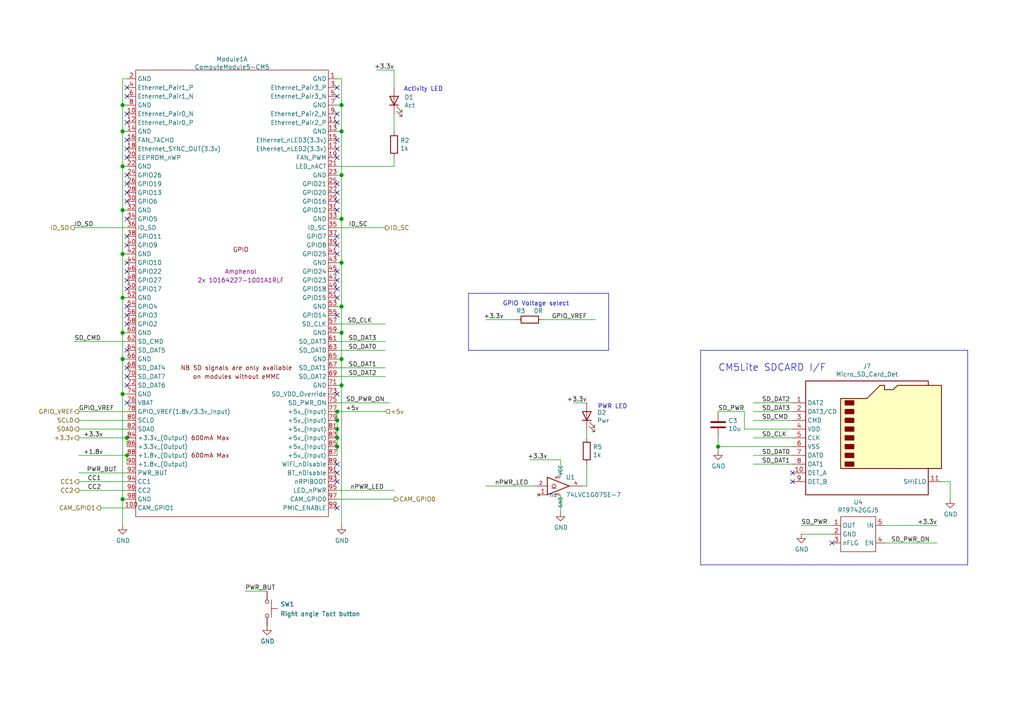
<source format=kicad_sch>
(kicad_sch (version 20231120) (generator "eeschema") (generator_version "8.0")
  (paper "A4")
  (lib_symbols
    (symbol "CM5IO:74LVC1G07_copy"
      (property "Reference" "U" (at -2.54 3.81 0))
      (property "Value" "74LVC1G07_copy" (at 0 -3.81 0))
      (symbol "74LVC1G07_copy_0_1"
        (polyline (pts (xy -2.54 -0.635) (xy -1.27 -0.635)))
        (polyline (pts (xy -3.81 2.54) (xy -3.81 -2.54) (xy 2.54 0) (xy -3.81 2.54)) (stroke (width 0.254)))
        (polyline (pts (xy -1.905 0.635) (xy -2.54 0) (xy -1.905 -0.635) (xy -1.27 0) (xy -1.905 0.635)))
      )
      (symbol "74LVC1G07_copy_1_1"
        (pin no_connect line (at -6.35 -2.54 0) (length 2.54) (name "nc") (number "1"))
        (pin input line (at -7.62 0 0) (length 3.81) (name "~") (number "2"))
        (pin power_in line (at 0 -2.54 270) (length 0) (name "GND") (number "3"))
        (pin open_collector line (at 6.35 0 180) (length 3.81) (name "~") (number "4"))
        (pin power_in line (at 0 2.54 90) (length 0) (name "VCC") (number "5"))
      )
    )
    (symbol "CM5IO:ComputeModule5-CM5"
      (property "Reference" "Module" (at 113.03 -68.58 0))
      (property "Value" "ComputeModule5-CM5" (at 140.97 2.54 0))
      (property "Field4" "Amphenol" (at 0 0 0))
      (property "Field5" "2x 10164227-1001A1RLF" (at 0 -2.54 0))
      (symbol "ComputeModule5-CM5_1_0"
        (text "GPIO" (at 0 6.35 0) (effects (font (size 1.27 1.27))))
      )
      (symbol "ComputeModule5-CM5_1_1"
        (rectangle (start -30.48 -71.12) (end 25.4 58.42))
        (text "600mA Max" (at -8.89 -53.34 0) (effects (font (size 1.27 1.27))))
        (text "600mA Max" (at -8.89 -48.26 0) (effects (font (size 1.27 1.27))))
        (text "NB SD signals are only available" (at -1.27 -27.94 0) (effects (font (size 1.27 1.27))))
        (text "on modules without eMMC" (at -1.27 -30.48 0) (effects (font (size 1.27 1.27))))
        (pin power_in line (at 27.94 55.88 180) (length 2.54) (name "GND") (number "1"))
        (pin passive line (at -33.02 45.72 0) (length 2.54) (name "Ethernet_Pair0_N") (number "10"))
        (pin passive line (at -33.02 -68.58 0) (length 2.54) (name "CAM_GPIO1") (number "100"))
        (pin passive line (at 27.94 43.18 180) (length 2.54) (name "Ethernet_Pair2_P") (number "11"))
        (pin passive line (at -33.02 43.18 0) (length 2.54) (name "Ethernet_Pair0_P") (number "12"))
        (pin power_in line (at 27.94 40.64 180) (length 2.54) (name "GND") (number "13"))
        (pin power_in line (at -33.02 40.64 0) (length 2.54) (name "GND") (number "14"))
        (pin output line (at 27.94 38.1 180) (length 2.54) (name "Ethernet_nLED3(3.3v)") (number "15"))
        (pin input line (at -33.02 38.1 0) (length 2.54) (name "FAN_TACHO") (number "16"))
        (pin output line (at 27.94 35.56 180) (length 2.54) (name "Ethernet_nLED2(3.3v)") (number "17"))
        (pin input line (at -33.02 35.56 0) (length 2.54) (name "Ethernet_SYNC_OUT(3.3v)") (number "18"))
        (pin output line (at 27.94 33.02 180) (length 2.54) (name "FAN_PWM") (number "19"))
        (pin power_in line (at -33.02 55.88 0) (length 2.54) (name "GND") (number "2"))
        (pin passive line (at -33.02 33.02 0) (length 2.54) (name "EEPROM_nWP") (number "20"))
        (pin open_collector line (at 27.94 30.48 180) (length 2.54) (name "LED_nACT") (number "21"))
        (pin power_in line (at -33.02 30.48 0) (length 2.54) (name "GND") (number "22"))
        (pin power_in line (at 27.94 27.94 180) (length 2.54) (name "GND") (number "23"))
        (pin passive line (at -33.02 27.94 0) (length 2.54) (name "GPIO26") (number "24"))
        (pin passive line (at 27.94 25.4 180) (length 2.54) (name "GPIO21") (number "25"))
        (pin passive line (at -33.02 25.4 0) (length 2.54) (name "GPIO19") (number "26"))
        (pin passive line (at 27.94 22.86 180) (length 2.54) (name "GPIO20") (number "27"))
        (pin passive line (at -33.02 22.86 0) (length 2.54) (name "GPIO13") (number "28"))
        (pin passive line (at 27.94 20.32 180) (length 2.54) (name "GPIO16") (number "29"))
        (pin passive line (at 27.94 53.34 180) (length 2.54) (name "Ethernet_Pair3_P") (number "3"))
        (pin passive line (at -33.02 20.32 0) (length 2.54) (name "GPIO6") (number "30"))
        (pin passive line (at 27.94 17.78 180) (length 2.54) (name "GPIO12") (number "31"))
        (pin power_in line (at -33.02 17.78 0) (length 2.54) (name "GND") (number "32"))
        (pin power_in line (at 27.94 15.24 180) (length 2.54) (name "GND") (number "33"))
        (pin passive line (at -33.02 15.24 0) (length 2.54) (name "GPIO5") (number "34"))
        (pin passive line (at 27.94 12.7 180) (length 2.54) (name "ID_SC") (number "35"))
        (pin passive line (at -33.02 12.7 0) (length 2.54) (name "ID_SD") (number "36"))
        (pin passive line (at 27.94 10.16 180) (length 2.54) (name "GPIO7") (number "37"))
        (pin passive line (at -33.02 10.16 0) (length 2.54) (name "GPIO11") (number "38"))
        (pin passive line (at 27.94 7.62 180) (length 2.54) (name "GPIO8") (number "39"))
        (pin passive line (at -33.02 53.34 0) (length 2.54) (name "Ethernet_Pair1_P") (number "4"))
        (pin passive line (at -33.02 7.62 0) (length 2.54) (name "GPIO9") (number "40"))
        (pin passive line (at 27.94 5.08 180) (length 2.54) (name "GPIO25") (number "41"))
        (pin power_in line (at -33.02 5.08 0) (length 2.54) (name "GND") (number "42"))
        (pin power_in line (at 27.94 2.54 180) (length 2.54) (name "GND") (number "43"))
        (pin passive line (at -33.02 2.54 0) (length 2.54) (name "GPIO10") (number "44"))
        (pin passive line (at 27.94 0 180) (length 2.54) (name "GPIO24") (number "45"))
        (pin passive line (at -33.02 0 0) (length 2.54) (name "GPIO22") (number "46"))
        (pin passive line (at 27.94 -2.54 180) (length 2.54) (name "GPIO23") (number "47"))
        (pin passive line (at -33.02 -2.54 0) (length 2.54) (name "GPIO27") (number "48"))
        (pin passive line (at 27.94 -5.08 180) (length 2.54) (name "GPIO18") (number "49"))
        (pin passive line (at 27.94 50.8 180) (length 2.54) (name "Ethernet_Pair3_N") (number "5"))
        (pin passive line (at -33.02 -5.08 0) (length 2.54) (name "GPIO17") (number "50"))
        (pin passive line (at 27.94 -7.62 180) (length 2.54) (name "GPIO15") (number "51"))
        (pin power_in line (at -33.02 -7.62 0) (length 2.54) (name "GND") (number "52"))
        (pin power_in line (at 27.94 -10.16 180) (length 2.54) (name "GND") (number "53"))
        (pin passive line (at -33.02 -10.16 0) (length 2.54) (name "GPIO4") (number "54"))
        (pin passive line (at 27.94 -12.7 180) (length 2.54) (name "GPIO14") (number "55"))
        (pin passive line (at -33.02 -12.7 0) (length 2.54) (name "GPIO3") (number "56"))
        (pin passive line (at 27.94 -15.24 180) (length 2.54) (name "SD_CLK") (number "57"))
        (pin passive line (at -33.02 -15.24 0) (length 2.54) (name "GPIO2") (number "58"))
        (pin power_in line (at 27.94 -17.78 180) (length 2.54) (name "GND") (number "59"))
        (pin passive line (at -33.02 50.8 0) (length 2.54) (name "Ethernet_Pair1_N") (number "6"))
        (pin power_in line (at -33.02 -17.78 0) (length 2.54) (name "GND") (number "60"))
        (pin passive line (at 27.94 -20.32 180) (length 2.54) (name "SD_DAT3") (number "61"))
        (pin passive line (at -33.02 -20.32 0) (length 2.54) (name "SD_CMD") (number "62"))
        (pin passive line (at 27.94 -22.86 180) (length 2.54) (name "SD_DAT0") (number "63"))
        (pin passive line (at -33.02 -22.86 0) (length 2.54) (name "SD_DAT5") (number "64"))
        (pin power_in line (at 27.94 -25.4 180) (length 2.54) (name "GND") (number "65"))
        (pin power_in line (at -33.02 -25.4 0) (length 2.54) (name "GND") (number "66"))
        (pin passive line (at 27.94 -27.94 180) (length 2.54) (name "SD_DAT1") (number "67"))
        (pin passive line (at -33.02 -27.94 0) (length 2.54) (name "SD_DAT4") (number "68"))
        (pin passive line (at 27.94 -30.48 180) (length 2.54) (name "SD_DAT2") (number "69"))
        (pin power_in line (at 27.94 48.26 180) (length 2.54) (name "GND") (number "7"))
        (pin passive line (at -33.02 -30.48 0) (length 2.54) (name "SD_DAT7") (number "70"))
        (pin power_in line (at 27.94 -33.02 180) (length 2.54) (name "GND") (number "71"))
        (pin passive line (at -33.02 -33.02 0) (length 2.54) (name "SD_DAT6") (number "72"))
        (pin input line (at 27.94 -35.56 180) (length 2.54) (name "SD_VDD_Override") (number "73"))
        (pin power_in line (at -33.02 -35.56 0) (length 2.54) (name "GND") (number "74"))
        (pin output line (at 27.94 -38.1 180) (length 2.54) (name "SD_PWR_ON") (number "75"))
        (pin passive line (at -33.02 -38.1 0) (length 2.54) (name "VBAT") (number "76"))
        (pin power_in line (at 27.94 -40.64 180) (length 2.54) (name "+5v_(Input)") (number "77"))
        (pin power_in line (at -33.02 -40.64 0) (length 2.54) (name "GPIO_VREF(1.8v/3.3v_Input)") (number "78"))
        (pin power_in line (at 27.94 -43.18 180) (length 2.54) (name "+5v_(Input)") (number "79"))
        (pin power_in line (at -33.02 48.26 0) (length 2.54) (name "GND") (number "8"))
        (pin passive line (at -33.02 -43.18 0) (length 2.54) (name "SCL0") (number "80"))
        (pin power_in line (at 27.94 -45.72 180) (length 2.54) (name "+5v_(Input)") (number "81"))
        (pin passive line (at -33.02 -45.72 0) (length 2.54) (name "SDA0") (number "82"))
        (pin power_in line (at 27.94 -48.26 180) (length 2.54) (name "+5v_(Input)") (number "83"))
        (pin power_out line (at -33.02 -48.26 0) (length 2.54) (name "+3.3v_(Output)") (number "84"))
        (pin power_in line (at 27.94 -50.8 180) (length 2.54) (name "+5v_(Input)") (number "85"))
        (pin passive line (at -33.02 -50.8 0) (length 2.54) (name "+3.3v_(Output)") (number "86"))
        (pin power_in line (at 27.94 -53.34 180) (length 2.54) (name "+5v_(Input)") (number "87"))
        (pin power_out line (at -33.02 -53.34 0) (length 2.54) (name "+1.8v_(Output)") (number "88"))
        (pin input line (at 27.94 -55.88 180) (length 2.54) (name "WiFi_nDisable") (number "89"))
        (pin passive line (at 27.94 45.72 180) (length 2.54) (name "Ethernet_Pair2_N") (number "9"))
        (pin passive line (at -33.02 -55.88 0) (length 2.54) (name "+1.8v_(Output)") (number "90"))
        (pin input line (at 27.94 -58.42 180) (length 2.54) (name "BT_nDisable") (number "91"))
        (pin passive line (at -33.02 -58.42 0) (length 2.54) (name "PWR_BUT") (number "92"))
        (pin input line (at 27.94 -60.96 180) (length 2.54) (name "nRPIBOOT") (number "93"))
        (pin passive line (at -33.02 -60.96 0) (length 2.54) (name "CC1") (number "94"))
        (pin output line (at 27.94 -63.5 180) (length 2.54) (name "LED_nPWR") (number "95"))
        (pin passive line (at -33.02 -63.5 0) (length 2.54) (name "CC2") (number "96"))
        (pin passive line (at 27.94 -66.04 180) (length 2.54) (name "CAM_GPIO0") (number "97"))
        (pin power_in line (at -33.02 -66.04 0) (length 2.54) (name "GND") (number "98"))
        (pin input line (at 27.94 -68.58 180) (length 2.54) (name "PMIC_ENABLE") (number "99"))
      )
      (symbol "ComputeModule5-CM5_2_1"
        (rectangle (start 114.3 -66.04) (end 165.1 63.5))
        (text "High Speed Serial" (at 140.97 0 0) (effects (font (size 1.27 1.27))))
        (pin input line (at 170.18 60.96 180) (length 5.08) (name "USB_OTG_ID") (number "101"))
        (pin input line (at 109.22 60.96 0) (length 5.08) (name "PCIe_nCLKREQ") (number "102"))
        (pin passive line (at 170.18 58.42 180) (length 5.08) (name "USB2_N") (number "103"))
        (pin input line (at 109.22 58.42 0) (length 5.08) (name "PCIE_nWAKE") (number "104"))
        (pin passive line (at 170.18 55.88 180) (length 5.08) (name "USB2_P") (number "105"))
        (pin output line (at 109.22 55.88 0) (length 5.08) (name "PCIE_PWR_EN") (number "106"))
        (pin power_in line (at 170.18 53.34 180) (length 5.08) (name "GND") (number "107"))
        (pin power_in line (at 109.22 53.34 0) (length 5.08) (name "GND") (number "108"))
        (pin output line (at 170.18 50.8 180) (length 5.08) (name "PCIe_nRST") (number "109"))
        (pin output line (at 109.22 50.8 0) (length 5.08) (name "PCIe_CLK_P") (number "110"))
        (pin output line (at 170.18 48.26 180) (length 5.08) (name "VBUS_EN") (number "111"))
        (pin output line (at 109.22 48.26 0) (length 5.08) (name "PCIe_CLK_N") (number "112"))
        (pin power_in line (at 170.18 45.72 180) (length 5.08) (name "GND") (number "113"))
        (pin power_in line (at 109.22 45.72 0) (length 5.08) (name "GND") (number "114"))
        (pin input line (at 170.18 43.18 180) (length 5.08) (name "MIPI0_D0_N") (number "115"))
        (pin input line (at 109.22 43.18 0) (length 5.08) (name "PCIe_RX_P") (number "116"))
        (pin input line (at 170.18 40.64 180) (length 5.08) (name "MIPI0_D0_P") (number "117"))
        (pin input line (at 109.22 40.64 0) (length 5.08) (name "PCIe_RX_N") (number "118"))
        (pin power_in line (at 170.18 38.1 180) (length 5.08) (name "GND") (number "119"))
        (pin power_in line (at 109.22 38.1 0) (length 5.08) (name "GND") (number "120"))
        (pin input line (at 170.18 35.56 180) (length 5.08) (name "MIPI0_D1_N") (number "121"))
        (pin output line (at 109.22 35.56 0) (length 5.08) (name "PCIe_TX_P") (number "122"))
        (pin input line (at 170.18 33.02 180) (length 5.08) (name "MIPI0_D1_P") (number "123"))
        (pin output line (at 109.22 33.02 0) (length 5.08) (name "PCIe_TX_N") (number "124"))
        (pin power_in line (at 170.18 30.48 180) (length 5.08) (name "GND") (number "125"))
        (pin power_in line (at 109.22 30.48 0) (length 5.08) (name "GND") (number "126"))
        (pin input line (at 170.18 27.94 180) (length 5.08) (name "MIPI0_C_N") (number "127"))
        (pin input line (at 109.22 27.94 0) (length 5.08) (name "USB3-0-RX_N") (number "128"))
        (pin input line (at 170.18 25.4 180) (length 5.08) (name "MIPI0_C_P") (number "129"))
        (pin input line (at 109.22 25.4 0) (length 5.08) (name "USB3-0-RX_P") (number "130"))
        (pin power_in line (at 170.18 22.86 180) (length 5.08) (name "GND") (number "131"))
        (pin power_in line (at 109.22 22.86 0) (length 5.08) (name "GND") (number "132"))
        (pin input line (at 170.18 20.32 180) (length 5.08) (name "MIPI0_D2_N") (number "133"))
        (pin passive line (at 109.22 20.32 0) (length 5.08) (name "USB3-0-D_P") (number "134"))
        (pin input line (at 170.18 17.78 180) (length 5.08) (name "MIPI0_D2_P") (number "135"))
        (pin passive line (at 109.22 17.78 0) (length 5.08) (name "USB3-0-D_N") (number "136"))
        (pin power_in line (at 170.18 15.24 180) (length 5.08) (name "GND") (number "137"))
        (pin power_in line (at 109.22 15.24 0) (length 5.08) (name "GND") (number "138"))
        (pin input line (at 170.18 12.7 180) (length 5.08) (name "MIPI0_D3_N") (number "139"))
        (pin output line (at 109.22 12.7 0) (length 5.08) (name "USB3-0-TX_N") (number "140"))
        (pin input line (at 170.18 10.16 180) (length 5.08) (name "MIPI0_D3_P") (number "141"))
        (pin output line (at 109.22 10.16 0) (length 5.08) (name "USB3-0-TX_P") (number "142"))
        (pin input line (at 170.18 7.62 180) (length 5.08) (name "HDMI1_HOTPLUG") (number "143"))
        (pin power_in line (at 109.22 7.62 0) (length 5.08) (name "GND") (number "144"))
        (pin bidirectional line (at 170.18 5.08 180) (length 5.08) (name "HDMI1_SDA") (number "145"))
        (pin output line (at 109.22 5.08 0) (length 5.08) (name "HDMI1_TX2_P") (number "146"))
        (pin open_collector line (at 170.18 2.54 180) (length 5.08) (name "HDMI1_SCL") (number "147"))
        (pin output line (at 109.22 2.54 0) (length 5.08) (name "HDMI1_TX2_N") (number "148"))
        (pin open_collector line (at 170.18 0 180) (length 5.08) (name "HDMI1_CEC") (number "149"))
        (pin power_in line (at 109.22 0 0) (length 5.08) (name "GND") (number "150"))
        (pin open_collector line (at 170.18 -2.54 180) (length 5.08) (name "HDMI0_CEC") (number "151"))
        (pin output line (at 109.22 -2.54 0) (length 5.08) (name "HDMI1_TX1_P") (number "152"))
        (pin input line (at 170.18 -5.08 180) (length 5.08) (name "HDMI0_HOTPLUG") (number "153"))
        (pin output line (at 109.22 -5.08 0) (length 5.08) (name "HDMI1_TX1_N") (number "154"))
        (pin power_in line (at 170.18 -7.62 180) (length 5.08) (name "GND") (number "155"))
        (pin power_in line (at 109.22 -7.62 0) (length 5.08) (name "GND") (number "156"))
        (pin input line (at 170.18 -10.16 180) (length 5.08) (name "USB3-1-RX_N") (number "157"))
        (pin output line (at 109.22 -10.16 0) (length 5.08) (name "HDMI1_TX0_P") (number "158"))
        (pin input line (at 170.18 -12.7 180) (length 5.08) (name "USB3-1-RX_P") (number "159"))
        (pin output line (at 109.22 -12.7 0) (length 5.08) (name "HDMI1_TX0_N") (number "160"))
        (pin power_in line (at 170.18 -15.24 180) (length 5.08) (name "GND") (number "161"))
        (pin power_in line (at 109.22 -15.24 0) (length 5.08) (name "GND") (number "162"))
        (pin passive line (at 170.18 -17.78 180) (length 5.08) (name "USB3-1-D_P") (number "163"))
        (pin output line (at 109.22 -17.78 0) (length 5.08) (name "HDMI1_CLK_P") (number "164"))
        (pin passive line (at 170.18 -20.32 180) (length 5.08) (name "USB3-1-D_N") (number "165"))
        (pin output line (at 109.22 -20.32 0) (length 5.08) (name "HDMI1_CLK_N") (number "166"))
        (pin power_in line (at 170.18 -22.86 180) (length 5.08) (name "GND") (number "167"))
        (pin power_in line (at 109.22 -22.86 0) (length 5.08) (name "GND") (number "168"))
        (pin output line (at 170.18 -25.4 180) (length 5.08) (name "USB3-1-TX_N") (number "169"))
        (pin output line (at 109.22 -25.4 0) (length 5.08) (name "HDMI0_TX2_P") (number "170"))
        (pin output line (at 170.18 -27.94 180) (length 5.08) (name "USB3-1-TX_P") (number "171"))
        (pin output line (at 109.22 -27.94 0) (length 5.08) (name "HDMI0_TX2_N") (number "172"))
        (pin power_in line (at 170.18 -30.48 180) (length 5.08) (name "GND") (number "173"))
        (pin power_in line (at 109.22 -30.48 0) (length 5.08) (name "GND") (number "174"))
        (pin output line (at 170.18 -33.02 180) (length 5.08) (name "MIPI1_D0_N") (number "175"))
        (pin output line (at 109.22 -33.02 0) (length 5.08) (name "HDMI0_TX1_P") (number "176"))
        (pin output line (at 170.18 -35.56 180) (length 5.08) (name "MIPI1_D0_P") (number "177"))
        (pin output line (at 109.22 -35.56 0) (length 5.08) (name "HDMI0_TX1_N") (number "178"))
        (pin power_in line (at 170.18 -38.1 180) (length 5.08) (name "GND") (number "179"))
        (pin power_in line (at 109.22 -38.1 0) (length 5.08) (name "GND") (number "180"))
        (pin output line (at 170.18 -40.64 180) (length 5.08) (name "MIPI1_D1_N") (number "181"))
        (pin output line (at 109.22 -40.64 0) (length 5.08) (name "HDMI0_TX0_P") (number "182"))
        (pin output line (at 170.18 -43.18 180) (length 5.08) (name "MIPI1_D1_P") (number "183"))
        (pin output line (at 109.22 -43.18 0) (length 5.08) (name "HDMI0_TX0_N") (number "184"))
        (pin power_in line (at 170.18 -45.72 180) (length 5.08) (name "GND") (number "185"))
        (pin power_in line (at 109.22 -45.72 0) (length 5.08) (name "GND") (number "186"))
        (pin output line (at 170.18 -48.26 180) (length 5.08) (name "MIPI1_C_N") (number "187"))
        (pin output line (at 109.22 -48.26 0) (length 5.08) (name "HDMI0_CLK_P") (number "188"))
        (pin output line (at 170.18 -50.8 180) (length 5.08) (name "MIPI1_C_P") (number "189"))
        (pin output line (at 109.22 -50.8 0) (length 5.08) (name "HDMI0_CLK_N") (number "190"))
        (pin power_in line (at 170.18 -53.34 180) (length 5.08) (name "GND") (number "191"))
        (pin power_in line (at 109.22 -53.34 0) (length 5.08) (name "GND") (number "192"))
        (pin output line (at 170.18 -55.88 180) (length 5.08) (name "MIPI1_D2_N") (number "193"))
        (pin output line (at 109.22 -55.88 0) (length 5.08) (name "MIPI1_D3_N") (number "194"))
        (pin output line (at 170.18 -58.42 180) (length 5.08) (name "MIPI1_D2_P") (number "195"))
        (pin output line (at 109.22 -58.42 0) (length 5.08) (name "MIPI1_D3_P") (number "196"))
        (pin power_in line (at 170.18 -60.96 180) (length 5.08) (name "GND") (number "197"))
        (pin power_in line (at 109.22 -60.96 0) (length 5.08) (name "GND") (number "198"))
        (pin bidirectional line (at 170.18 -63.5 180) (length 5.08) (name "HDMI0_SDA") (number "199"))
        (pin open_collector line (at 109.22 -63.5 0) (length 5.08) (name "HDMI0_SCL") (number "200"))
      )
    )
    (symbol "CM5IO:RT9742GGJ5"
      (property "Reference" "U" (at 0 0 0))
      (property "Value" "RT9742GGJ5" (at 0 0 0))
      (symbol "RT9742GGJ5_0_0"
        (pin power_out line (at -8.89 10.16 0) (length 2.54) (name "OUT") (number "1"))
        (pin power_in line (at -8.89 7.62 0) (length 2.54) (name "GND") (number "2"))
        (pin open_collector line (at -8.89 5.08 0) (length 2.54) (name "nFLG") (number "3"))
        (pin input line (at 6.35 5.08 180) (length 2.54) (name "EN") (number "4"))
        (pin power_in line (at 6.35 10.16 180) (length 2.54) (name "IN") (number "5"))
      )
      (symbol "RT9742GGJ5_0_1"
        (rectangle (start -6.35 12.7) (end 3.81 2.54))
      )
    )
    (symbol "Connector:Micro_SD_Card_Det2"
      (property "Reference" "J" (at -16.51 17.78 0))
      (property "Value" "Micro_SD_Card_Det2" (at 16.51 17.78 0))
      (symbol "Micro_SD_Card_Det2_0_1"
        (rectangle (start -7.62 -6.985) (end -5.08 -8.255) (stroke (width 0.254)) (fill (type outline)))
        (rectangle (start -7.62 -4.445) (end -5.08 -5.715) (stroke (width 0.254)) (fill (type outline)))
        (rectangle (start -7.62 -1.905) (end -5.08 -3.175) (stroke (width 0.254)) (fill (type outline)))
        (rectangle (start -7.62 0.635) (end -5.08 -0.635) (stroke (width 0.254)) (fill (type outline)))
        (rectangle (start -7.62 3.175) (end -5.08 1.905) (stroke (width 0.254)) (fill (type outline)))
        (rectangle (start -7.62 5.715) (end -5.08 4.445) (stroke (width 0.254)) (fill (type outline)))
        (rectangle (start -7.62 8.255) (end -5.08 6.985) (stroke (width 0.254)) (fill (type outline)))
        (rectangle (start -7.62 10.795) (end -5.08 9.525) (stroke (width 0.254)) (fill (type outline)))
        (polyline (pts (xy 16.51 15.24) (xy 16.51 16.51) (xy -19.05 16.51) (xy -19.05 -16.51) (xy 16.51 -16.51) (xy 16.51 -8.89)) (stroke (width 0.254)))
        (polyline (pts (xy -8.89 -8.89) (xy -8.89 11.43) (xy -1.27 11.43) (xy 2.54 15.24) (xy 3.81 15.24) (xy 3.81 13.97) (xy 6.35 13.97) (xy 7.62 15.24) (xy 20.32 15.24) (xy 20.32 -8.89) (xy -8.89 -8.89)) (stroke (width 0.254)) (fill (type background)))
      )
      (symbol "Micro_SD_Card_Det2_1_1"
        (pin bidirectional line (at -22.86 10.16 0) (length 3.81) (name "DAT2") (number "1"))
        (pin passive line (at -22.86 -10.16 0) (length 3.81) (name "DET_A") (number "10"))
        (pin passive line (at 20.32 -12.7 180) (length 3.81) (name "SHIELD") (number "11"))
        (pin bidirectional line (at -22.86 7.62 0) (length 3.81) (name "DAT3/CD") (number "2"))
        (pin input line (at -22.86 5.08 0) (length 3.81) (name "CMD") (number "3"))
        (pin power_in line (at -22.86 2.54 0) (length 3.81) (name "VDD") (number "4"))
        (pin input line (at -22.86 0 0) (length 3.81) (name "CLK") (number "5"))
        (pin power_in line (at -22.86 -2.54 0) (length 3.81) (name "VSS") (number "6"))
        (pin bidirectional line (at -22.86 -5.08 0) (length 3.81) (name "DAT0") (number "7"))
        (pin bidirectional line (at -22.86 -7.62 0) (length 3.81) (name "DAT1") (number "8"))
        (pin passive line (at -22.86 -12.7 0) (length 3.81) (name "DET_B") (number "9"))
      )
    )
    (symbol "Device:C" (pin_numbers hide) (pin_names (offset 0.254))
      (property "Reference" "C" (at 0.635 2.54 0))
      (property "Value" "C" (at 0.635 -2.54 0))
      (symbol "C_0_1"
        (polyline (pts (xy -2.032 -0.762) (xy 2.032 -0.762)) (stroke (width 0.508)))
        (polyline (pts (xy -2.032 0.762) (xy 2.032 0.762)) (stroke (width 0.508)))
      )
      (symbol "C_1_1"
        (pin passive line (at 0 3.81 270) (length 2.794) (name "~") (number "1"))
        (pin passive line (at 0 -3.81 90) (length 2.794) (name "~") (number "2"))
      )
    )
    (symbol "Device:LED" (pin_numbers hide) (pin_names (offset 1.016) hide)
      (property "Reference" "D" (at 0 2.54 0))
      (property "Value" "LED" (at 0 -2.54 0))
      (symbol "LED_0_1"
        (polyline (pts (xy -1.27 -1.27) (xy -1.27 1.27)) (stroke (width 0.254)))
        (polyline (pts (xy -1.27 0) (xy 1.27 0)))
        (polyline (pts (xy 1.27 -1.27) (xy 1.27 1.27) (xy -1.27 0) (xy 1.27 -1.27)) (stroke (width 0.254)))
        (polyline (pts (xy -3.048 -0.762) (xy -4.572 -2.286) (xy -3.81 -2.286) (xy -4.572 -2.286) (xy -4.572 -1.524)))
        (polyline (pts (xy -1.778 -0.762) (xy -3.302 -2.286) (xy -2.54 -2.286) (xy -3.302 -2.286) (xy -3.302 -1.524)))
      )
      (symbol "LED_1_1"
        (pin passive line (at -3.81 0 0) (length 2.54) (name "K") (number "1"))
        (pin passive line (at 3.81 0 180) (length 2.54) (name "A") (number "2"))
      )
    )
    (symbol "Device:R" (pin_numbers hide) (pin_names (offset 0))
      (property "Reference" "R" (at 2.032 0 90))
      (property "Value" "R" (at 0 0 90))
      (symbol "R_0_1"
        (rectangle (start -1.016 -2.54) (end 1.016 2.54) (stroke (width 0.254)))
      )
      (symbol "R_1_1"
        (pin passive line (at 0 3.81 270) (length 1.27) (name "~") (number "1"))
        (pin passive line (at 0 -3.81 90) (length 1.27) (name "~") (number "2"))
      )
    )
    (symbol "LED_1" (pin_numbers hide) (pin_names (offset 1.016) hide)
      (property "Reference" "D" (at 0 2.54 0))
      (property "Value" "LED" (at 0 -2.54 0))
      (symbol "LED_1_0_1"
        (polyline (pts (xy -1.27 -1.27) (xy -1.27 1.27)) (stroke (width 0.254)))
        (polyline (pts (xy -1.27 0) (xy 1.27 0)))
        (polyline (pts (xy 1.27 -1.27) (xy 1.27 1.27) (xy -1.27 0) (xy 1.27 -1.27)) (stroke (width 0.254)))
        (polyline (pts (xy -3.048 -0.762) (xy -4.572 -2.286) (xy -3.81 -2.286) (xy -4.572 -2.286) (xy -4.572 -1.524)))
        (polyline (pts (xy -1.778 -0.762) (xy -3.302 -2.286) (xy -2.54 -2.286) (xy -3.302 -2.286) (xy -3.302 -1.524)))
      )
      (symbol "LED_1_1_1"
        (pin passive line (at -3.81 0 0) (length 2.54) (name "K") (number "1"))
        (pin passive line (at 3.81 0 180) (length 2.54) (name "A") (number "2"))
      )
    )
    (symbol "Switch:SW_Push" (pin_numbers hide) (pin_names (offset 1.016) hide)
      (property "Reference" "SW" (at 1.27 2.54 0))
      (property "Value" "SW_Push" (at 0 -1.524 0))
      (symbol "SW_Push_0_1"
        (circle (center -2.032 0) (radius 0.508))
        (polyline (pts (xy 0 1.27) (xy 0 3.048)))
        (polyline (pts (xy 2.54 1.27) (xy -2.54 1.27)))
        (circle (center 2.032 0) (radius 0.508))
        (pin passive line (at -5.08 0 0) (length 2.54) (name "1") (number "1"))
        (pin passive line (at 5.08 0 180) (length 2.54) (name "2") (number "2"))
      )
    )
    (symbol "power:GND" (power) (pin_numbers hide) (pin_names (offset 0) hide)
      (property "Value" "GND" (at 0 -3.81 0))
      (symbol "GND_0_1"
        (polyline (pts (xy 0 0) (xy 0 -1.27) (xy 1.27 -1.27) (xy 0 -2.54) (xy -1.27 -1.27) (xy 0 -1.27)))
      )
      (symbol "GND_1_1"
        (pin power_in line (at 0 0 270) (length 0) (name "~") (number "1"))
      )
    )
  )
  (junction (at 99.06 30.48) (diameter 1.016))
  (junction (at 35.56 104.14) (diameter 1.016))
  (junction (at 36.83 127) (diameter 1.016))
  (junction (at 35.56 96.52) (diameter 1.016))
  (junction (at 99.06 111.76) (diameter 1.016))
  (junction (at 35.56 144.78) (diameter 1.016))
  (junction (at 35.56 73.66) (diameter 1.016))
  (junction (at 35.56 60.96) (diameter 1.016))
  (junction (at 97.79 129.54) (diameter 1.016))
  (junction (at 36.83 132.08))
  (junction (at 35.56 114.3) (diameter 1.016))
  (junction (at 35.56 38.1) (diameter 1.016))
  (junction (at 35.56 86.36) (diameter 1.016))
  (junction (at 99.06 96.52) (diameter 1.016))
  (junction (at 99.06 50.8) (diameter 1.016))
  (junction (at 35.56 30.48) (diameter 1.016))
  (junction (at 99.06 104.14) (diameter 1.016))
  (junction (at 97.79 124.46) (diameter 1.016))
  (junction (at 97.79 121.92) (diameter 1.016))
  (junction (at 99.06 63.5) (diameter 1.016))
  (junction (at 99.06 76.2) (diameter 1.016))
  (junction (at 99.06 88.9) (diameter 1.016))
  (junction (at 99.06 38.1) (diameter 1.016))
  (junction (at 97.79 127) (diameter 1.016))
  (junction (at 208.28 129.54) (diameter 1.016))
  (junction (at 97.79 119.38) (diameter 1.016))
  (junction (at 35.56 48.26) (diameter 1.016))
  (no_connect (at 36.83 91.44))
  (no_connect (at 36.83 53.34))
  (no_connect (at 97.79 114.3))
  (no_connect (at 36.83 93.98))
  (no_connect (at 97.79 71.12))
  (no_connect (at 36.83 83.82))
  (no_connect (at 36.83 71.12))
  (no_connect (at 97.79 27.94))
  (no_connect (at 97.79 137.16))
  (no_connect (at 36.83 68.58))
  (no_connect (at 97.79 45.72))
  (no_connect (at 36.83 106.68))
  (no_connect (at 36.83 40.64))
  (no_connect (at 36.83 101.6))
  (no_connect (at 97.79 53.34))
  (no_connect (at 36.83 33.02))
  (no_connect (at 241.3 157.48))
  (no_connect (at 229.87 139.7))
  (no_connect (at 97.79 73.66))
  (no_connect (at 97.79 91.44))
  (no_connect (at 97.79 86.36))
  (no_connect (at 97.79 134.62))
  (no_connect (at 97.79 68.58))
  (no_connect (at 36.83 63.5))
  (no_connect (at 36.83 43.18))
  (no_connect (at 36.83 58.42))
  (no_connect (at 97.79 83.82))
  (no_connect (at 97.79 33.02))
  (no_connect (at 36.83 81.28))
  (no_connect (at 36.83 27.94))
  (no_connect (at 36.83 50.8))
  (no_connect (at 97.79 35.56))
  (no_connect (at 97.79 81.28))
  (no_connect (at 36.83 109.22))
  (no_connect (at 36.83 116.84))
  (no_connect (at 97.79 58.42))
  (no_connect (at 97.79 55.88))
  (no_connect (at 36.83 25.4))
  (no_connect (at 36.83 88.9))
  (no_connect (at 97.79 147.32))
  (no_connect (at 36.83 76.2))
  (no_connect (at 97.79 139.7))
  (no_connect (at 36.83 35.56))
  (no_connect (at 97.79 60.96))
  (no_connect (at 97.79 25.4))
  (no_connect (at 36.83 45.72))
  (no_connect (at 229.87 137.16))
  (no_connect (at 36.83 111.76))
  (no_connect (at 36.83 55.88))
  (no_connect (at 97.79 43.18))
  (no_connect (at 97.79 40.64))
  (no_connect (at 36.83 78.74))
  (no_connect (at 97.79 78.74))
  (wire (pts (xy 218.44 132.08) (xy 229.87 132.08)))
  (wire (pts (xy 208.28 127) (xy 208.28 129.54)))
  (wire (pts (xy 22.86 132.08) (xy 36.83 132.08)))
  (polyline (pts (xy 137.16 85.09) (xy 176.53 85.09)) (stroke (width 0) (type solid)))
  (wire (pts (xy 208.28 129.54) (xy 208.28 130.81)))
  (wire (pts (xy 162.56 133.35) (xy 153.67 133.35)))
  (wire (pts (xy 97.79 124.46) (xy 97.79 127)))
  (wire (pts (xy 170.18 134.62) (xy 170.18 140.97)))
  (wire (pts (xy 218.44 121.92) (xy 229.87 121.92)))
  (wire (pts (xy 170.18 124.46) (xy 170.18 127)))
  (wire (pts (xy 35.56 48.26) (xy 35.56 60.96)))
  (wire (pts (xy 22.86 124.46) (xy 36.83 124.46)))
  (wire (pts (xy 111.76 99.06) (xy 97.79 99.06)))
  (wire (pts (xy 99.06 22.86) (xy 99.06 30.48)))
  (wire (pts (xy 35.56 104.14) (xy 35.56 114.3)))
  (wire (pts (xy 35.56 114.3) (xy 35.56 144.78)))
  (wire (pts (xy 36.83 144.78) (xy 35.56 144.78)))
  (polyline (pts (xy 135.89 101.6) (xy 137.16 101.6)) (stroke (width 0) (type solid)))
  (wire (pts (xy 114.3 48.26) (xy 114.3 45.72)))
  (wire (pts (xy 97.79 144.78) (xy 114.3 144.78)))
  (wire (pts (xy 97.79 116.84) (xy 113.03 116.84)))
  (wire (pts (xy 99.06 50.8) (xy 99.06 63.5)))
  (wire (pts (xy 97.79 22.86) (xy 99.06 22.86)))
  (wire (pts (xy 97.79 111.76) (xy 99.06 111.76)))
  (wire (pts (xy 97.79 101.6) (xy 111.76 101.6)))
  (wire (pts (xy 22.86 142.24) (xy 36.83 142.24)))
  (wire (pts (xy 99.06 88.9) (xy 99.06 96.52)))
  (wire (pts (xy 36.83 134.62) (xy 36.83 132.08)))
  (wire (pts (xy 273.05 139.7) (xy 275.59 139.7)))
  (wire (pts (xy 140.97 140.97) (xy 154.94 140.97)))
  (wire (pts (xy 97.79 88.9) (xy 99.06 88.9)))
  (wire (pts (xy 99.06 30.48) (xy 99.06 38.1)))
  (wire (pts (xy 97.79 30.48) (xy 99.06 30.48)))
  (wire (pts (xy 22.86 127) (xy 36.83 127)))
  (wire (pts (xy 97.79 96.52) (xy 99.06 96.52)))
  (wire (pts (xy 99.06 104.14) (xy 99.06 111.76)))
  (wire (pts (xy 35.56 104.14) (xy 36.83 104.14)))
  (wire (pts (xy 97.79 119.38) (xy 97.79 121.92)))
  (polyline (pts (xy 280.67 101.6) (xy 280.67 163.83)) (stroke (width 0) (type solid)))
  (wire (pts (xy 22.86 119.38) (xy 36.83 119.38)))
  (wire (pts (xy 36.83 22.86) (xy 35.56 22.86)))
  (wire (pts (xy 35.56 73.66) (xy 36.83 73.66)))
  (wire (pts (xy 21.59 99.06) (xy 36.83 99.06)))
  (wire (pts (xy 140.97 92.71) (xy 149.86 92.71)))
  (wire (pts (xy 256.54 157.48) (xy 271.78 157.48)))
  (wire (pts (xy 99.06 76.2) (xy 99.06 88.9)))
  (wire (pts (xy 229.87 134.62) (xy 218.44 134.62)))
  (wire (pts (xy 97.79 121.92) (xy 97.79 124.46)))
  (wire (pts (xy 208.28 129.54) (xy 229.87 129.54)))
  (wire (pts (xy 229.87 124.46) (xy 215.9 124.46)))
  (wire (pts (xy 97.79 76.2) (xy 99.06 76.2)))
  (wire (pts (xy 229.87 119.38) (xy 218.44 119.38)))
  (wire (pts (xy 97.79 142.24) (xy 114.3 142.24)))
  (wire (pts (xy 111.76 106.68) (xy 97.79 106.68)))
  (wire (pts (xy 35.56 38.1) (xy 35.56 48.26)))
  (wire (pts (xy 109.22 20.32) (xy 114.3 20.32)))
  (wire (pts (xy 35.56 48.26) (xy 36.83 48.26)))
  (wire (pts (xy 35.56 96.52) (xy 36.83 96.52)))
  (wire (pts (xy 71.12 171.45) (xy 77.47 171.45)))
  (polyline (pts (xy 176.53 101.6) (xy 137.16 101.6)) (stroke (width 0) (type solid)))
  (wire (pts (xy 215.9 124.46) (xy 215.9 119.38)))
  (wire (pts (xy 114.3 20.32) (xy 114.3 25.4)))
  (wire (pts (xy 36.83 30.48) (xy 35.56 30.48)))
  (wire (pts (xy 157.48 92.71) (xy 172.72 92.71)))
  (polyline (pts (xy 137.16 85.09) (xy 135.89 85.09)) (stroke (width 0) (type solid)))
  (polyline (pts (xy 280.67 163.83) (xy 203.2 163.83)) (stroke (width 0) (type solid)))
  (wire (pts (xy 21.59 66.04) (xy 36.83 66.04)))
  (wire (pts (xy 22.86 121.92) (xy 36.83 121.92)))
  (wire (pts (xy 97.79 119.38) (xy 111.76 119.38)))
  (wire (pts (xy 97.79 127) (xy 97.79 129.54)))
  (wire (pts (xy 256.54 152.4) (xy 271.78 152.4)))
  (wire (pts (xy 218.44 116.84) (xy 229.87 116.84)))
  (wire (pts (xy 114.3 33.02) (xy 114.3 38.1)))
  (wire (pts (xy 241.3 152.4) (xy 232.41 152.4)))
  (wire (pts (xy 208.28 119.38) (xy 215.9 119.38)))
  (wire (pts (xy 35.56 22.86) (xy 35.56 30.48)))
  (wire (pts (xy 35.56 86.36) (xy 35.56 96.52)))
  (wire (pts (xy 22.86 137.16) (xy 36.83 137.16)))
  (wire (pts (xy 35.56 96.52) (xy 35.56 104.14)))
  (wire (pts (xy 162.56 138.43) (xy 162.56 133.35)))
  (wire (pts (xy 22.86 139.7) (xy 36.83 139.7)))
  (wire (pts (xy 170.18 116.84) (xy 166.37 116.84)))
  (polyline (pts (xy 203.2 101.6) (xy 280.67 101.6)) (stroke (width 0) (type solid)))
  (wire (pts (xy 97.79 104.14) (xy 99.06 104.14)))
  (wire (pts (xy 97.79 66.04) (xy 111.76 66.04)))
  (wire (pts (xy 35.56 30.48) (xy 35.56 38.1)))
  (wire (pts (xy 241.3 154.94) (xy 232.41 154.94)))
  (wire (pts (xy 97.79 50.8) (xy 99.06 50.8)))
  (wire (pts (xy 229.87 127) (xy 218.44 127)))
  (wire (pts (xy 275.59 139.7) (xy 275.59 144.78)))
  (wire (pts (xy 99.06 111.76) (xy 99.06 152.4)))
  (wire (pts (xy 99.06 63.5) (xy 99.06 76.2)))
  (wire (pts (xy 35.56 86.36) (xy 36.83 86.36)))
  (wire (pts (xy 162.56 143.51) (xy 162.56 148.59)))
  (polyline (pts (xy 203.2 163.83) (xy 203.2 101.6)) (stroke (width 0) (type solid)))
  (wire (pts (xy 99.06 38.1) (xy 99.06 50.8)))
  (wire (pts (xy 97.79 63.5) (xy 99.06 63.5)))
  (wire (pts (xy 97.79 129.54) (xy 97.79 132.08)))
  (wire (pts (xy 36.83 129.54) (xy 36.83 127)))
  (wire (pts (xy 97.79 48.26) (xy 114.3 48.26)))
  (wire (pts (xy 97.79 38.1) (xy 99.06 38.1)))
  (wire (pts (xy 35.56 73.66) (xy 35.56 86.36)))
  (wire (pts (xy 97.79 109.22) (xy 111.76 109.22)))
  (wire (pts (xy 35.56 144.78) (xy 35.56 152.4)))
  (wire (pts (xy 35.56 114.3) (xy 36.83 114.3)))
  (polyline (pts (xy 135.89 101.6) (xy 135.89 85.09)) (stroke (width 0) (type solid)))
  (wire (pts (xy 99.06 96.52) (xy 99.06 104.14)))
  (wire (pts (xy 36.83 38.1) (xy 35.56 38.1)))
  (wire (pts (xy 170.18 140.97) (xy 168.91 140.97)))
  (wire (pts (xy 111.76 93.98) (xy 97.79 93.98)))
  (wire (pts (xy 35.56 60.96) (xy 36.83 60.96)))
  (wire (pts (xy 29.21 147.32) (xy 36.83 147.32)))
  (wire (pts (xy 35.56 60.96) (xy 35.56 73.66)))
  (polyline (pts (xy 176.53 85.09) (xy 176.53 101.6)) (stroke (width 0) (type solid)))
  (text "PWR LED" (at 173.355 118.745 0) (effects (font (size 1.27 1.27)) (justify left bottom)))
  (text "CM5Lite SDCARD I/F" (at 208.28 107.95 0) (effects (font (size 2.007 2.007)) (justify left bottom)))
  (text "GPIO Voltage select\n" (at 165.1 88.9 0) (effects (font (size 1.27 1.27)) (justify right bottom)))
  (text "Activity LED" (at 117.094 26.67 0) (effects (font (size 1.27 1.27)) (justify left bottom)))
  (label "+3.3v" (at 114.3 20.32 180))
  (label "SD_CLK" (at 220.98 127 0))
  (label "+5v" (at 104.14 119.38 180))
  (label "+3.3v" (at 158.75 133.35 180))
  (label "CC1" (at 25.4 139.7 0))
  (label "SD_DAT0" (at 109.22 101.6 180))
  (label "SD_DAT1" (at 220.98 134.62 0))
  (label "PWR_BUT" (at 25.146 137.16 0))
  (label "GPIO_VREF" (at 160.02 92.71 0))
  (label "PWR_BUT" (at 71.12 171.45 0))
  (label "SD_PWR" (at 208.28 119.38 0))
  (label "SD_CLK" (at 107.95 93.98 180))
  (label "+3.3v" (at 24.13 127 0))
  (label "SD_DAT0" (at 220.98 132.08 0))
  (label "GPIO_VREF" (at 22.86 119.38 0))
  (label "+3.3v" (at 146.05 92.71 180))
  (label "SD_CMD" (at 220.98 121.92 0))
  (label "SD_PWR_ON" (at 100.33 116.84 0))
  (label "nPWR_LED" (at 101.6 142.24 0))
  (label "SD_PWR" (at 232.41 152.4 0))
  (label "SD_PWR_ON" (at 258.445 157.48 0))
  (label "+1.8v" (at 24.13 132.08 0))
  (label "nPWR_LED" (at 143.51 140.97 0))
  (label "SD_DAT1" (at 109.22 106.68 180))
  (label "SD_DAT2" (at 220.98 116.84 0))
  (label "SD_DAT2" (at 109.22 109.22 180))
  (label "SD_CMD" (at 21.59 99.06 0))
  (label "CC2" (at 25.4 142.24 0))
  (label "+3.3v" (at 271.78 152.4 180))
  (label "SD_DAT3" (at 109.22 99.06 180))
  (label "+3.3v" (at 170.18 116.84 180))
  (label "ID_SD" (at 21.59 66.04 0))
  (label "ID_SC" (at 106.68 66.04 180))
  (label "SD_DAT3" (at 220.98 119.38 0))
  (hierarchical_label "+3.3v" (shape output) (at 22.86 127 180))
  (hierarchical_label "CC1" (shape output) (at 22.86 139.7 180))
  (hierarchical_label "SCL0" (shape output) (at 22.86 121.92 180))
  (hierarchical_label "ID_SC" (shape output) (at 111.76 66.04 0))
  (hierarchical_label "ID_SD" (shape output) (at 21.59 66.04 180))
  (hierarchical_label "CC2" (shape output) (at 22.86 142.24 180))
  (hierarchical_label "+5v" (shape input) (at 111.76 119.38 0))
  (hierarchical_label "SDA0" (shape output) (at 22.86 124.46 180))
  (hierarchical_label "CAM_GPIO0" (shape output) (at 114.3 144.78 0))
  (hierarchical_label "GPIO_VREF" (shape output) (at 22.86 119.38 180))
  (hierarchical_label "CAM_GPIO1" (shape output) (at 29.21 147.32 180))
  (symbol (lib_id "power:GND") (at 99.06 152.4 0) (unit 1)
    (property "Reference" "#PWR07" (effects (hide yes)))
    (property "Value" "GND" (at 99.187 156.7942 0))
    (property "Description" "Power symbol creates a global label with name \"GND\" , ground" (effects (hide yes)))
  )
  (symbol (lib_id "Device:R") (at 153.67 92.71 90) (unit 1)
    (property "Reference" "R3" (at 152.4 90.17 90) (effects (justify left)))
    (property "Value" "0R" (at 157.48 90.17 90) (effects (justify left)))
    (property "Footprint" "Resistor_SMD:R_0805_2012Metric_Pad1.20x1.40mm_HandSolder" (effects (hide yes)))
    (property "Datasheet" "https://fscdn.rohm.com/en/products/databook/datasheet/passive/resistor/chip_resistor/mcr-e.pdf" (effects (hide yes)))
    (property "Field4" "Farnell" (effects (hide yes)))
    (property "Field5" "9233750" (effects (hide yes)))
    (property "Field7" "Rohm" (effects (hide yes)))
    (property "Field6" "MCR10EZPJ000" (effects (hide yes)))
    (property "Part Description" "Resistor 0R M2012 5% " (effects (hide yes)))
    (property "Field8" "121629591" (effects (hide yes)))
  )
  (symbol (lib_id "power:GND") (at 232.41 154.94 0) (unit 1)
    (property "Reference" "#PWR017" (effects (hide yes)))
    (property "Value" "GND" (at 232.537 159.3342 0))
    (property "Description" "Power symbol creates a global label with name \"GND\" , ground" (effects (hide yes)))
  )
  (symbol (lib_id "power:GND") (at 162.56 148.59 0) (unit 1)
    (property "Reference" "#PWR011" (effects (hide yes)))
    (property "Value" "GND" (at 162.687 152.9842 0))
    (property "Description" "Power symbol creates a global label with name \"GND\" , ground" (effects (hide yes)))
  )
  (symbol (lib_id "Device:R") (at 114.3 41.91 0) (unit 1)
    (property "Reference" "R2" (at 116.078 40.7416 0) (effects (justify left)))
    (property "Value" "1k" (at 116.078 43.053 0) (effects (justify left)))
    (property "Footprint" "Resistor_SMD:R_0402_1005Metric" (effects (hide yes)))
    (property "Datasheet" "https://fscdn.rohm.com/en/products/databook/datasheet/passive/resistor/chip_resistor/mcr-e.pdf" (effects (hide yes)))
    (property "Field4" "Farnell" (effects (hide yes)))
    (property "Field5" "9239235" (effects (hide yes)))
    (property "Field7" "KOA EUROPE GMBH" (effects (hide yes)))
    (property "Field6" "RK73H1ETTP1001F" (effects (hide yes)))
    (property "Part Description" "Resistor 1K M1005 1% 63mW" (effects (hide yes)))
    (property "Field8" "125049511" (effects (hide yes)))
  )
  (symbol (lib_id "power:GND") (at 35.56 152.4 0) (unit 1)
    (property "Reference" "#PWR05" (effects (hide yes)))
    (property "Value" "GND" (at 35.687 156.7942 0))
    (property "Description" "Power symbol creates a global label with name \"GND\" , ground" (effects (hide yes)))
  )
  (symbol (lib_id "power:GND") (at 275.59 144.78 0) (unit 1)
    (property "Reference" "#PWR019" (effects (hide yes)))
    (property "Value" "GND" (at 275.717 149.1742 0))
    (property "Description" "Power symbol creates a global label with name \"GND\" , ground" (effects (hide yes)))
  )
  (symbol (lib_id "power:GND") (at 208.28 130.81 0) (unit 1)
    (property "Reference" "#PWR015" (effects (hide yes)))
    (property "Value" "GND" (at 208.407 135.2042 0))
    (property "Description" "Power symbol creates a global label with name \"GND\" , ground" (effects (hide yes)))
  )
  (symbol (lib_id "Switch:SW_Push") (at 77.47 176.53 270) (unit 1)
    (property "Reference" "SW1" (at 81.28 175.2599 90) (effects (justify left)))
    (property "Value" "Right angle Tact button" (at 81.28 178.054 90) (effects (justify left)))
    (property "Footprint" "Button_Switch_THT:SW_Tactile_SPST_Angled_PTS645Vx58-2LFS" (effects (hide yes)))
    (property "Datasheet" "https://www.mouser.co.uk/datasheet/2/240/Littelfuse-3050591.pdf" (effects (hide yes)))
    (property "Description" "Push button switch, generic, two pins" (effects (hide yes)))
    (property "Field5" "PTS645VH58-2LFS" (effects (hide yes)))
    (property "Field6" "PTS645VH58-2LFS" (effects (hide yes)))
    (property "Field7" "CK" (effects (hide yes)))
    (property "Part Description" "Right angle through hole Tact switch" (effects (hide yes)))
  )
  (symbol (lib_id "Device:C") (at 208.28 123.19 0) (unit 1)
    (property "Reference" "C3" (at 211.201 122.0216 0) (effects (justify left)))
    (property "Value" "10u" (at 211.201 124.333 0) (effects (justify left)))
    (property "Footprint" "Capacitor_SMD:C_0805_2012Metric" (effects (hide yes)))
    (property "Datasheet" "https://search.murata.co.jp/Ceramy/image/img/A01X/G101/ENG/GRM21BR71A106KA73-01.pdf" (effects (hide yes)))
    (property "Field5" "490-14381-1-ND" (effects (hide yes)))
    (property "Field4" "Digikey" (effects (hide yes)))
    (property "Field6" "GRM21BR71A106KA73L" (effects (hide yes)))
    (property "Field7" "Murata" (effects (hide yes)))
    (property "Part Description" "	10uF 10% 10V Ceramic Capacitor X7R 0805 (2012 Metric)" (effects (hide yes)))
    (property "Field8" "111893011" (effects (hide yes)))
  )
  (symbol (lib_id "Device:R") (at 170.18 130.81 0) (unit 1)
    (property "Reference" "R5" (at 171.958 129.6416 0) (effects (justify left)))
    (property "Value" "1k" (at 171.958 131.953 0) (effects (justify left)))
    (property "Footprint" "Resistor_SMD:R_0402_1005Metric" (effects (hide yes)))
    (property "Datasheet" "https://fscdn.rohm.com/en/products/databook/datasheet/passive/resistor/chip_resistor/mcr-e.pdf" (effects (hide yes)))
    (property "Field4" "Farnell" (effects (hide yes)))
    (property "Field5" "9239235" (effects (hide yes)))
    (property "Field7" "KOA EUROPE GMBH" (effects (hide yes)))
    (property "Field6" "RK73H1ETTP1001F" (effects (hide yes)))
    (property "Part Description" "Resistor 1K M1005 1% 63mW" (effects (hide yes)))
    (property "Field8" "125049511" (effects (hide yes)))
  )
  (symbol (lib_name "LED_1") (lib_id "Device:LED") (at 170.18 120.65 90) (unit 1)
    (property "Reference" "D2" (at 173.1518 119.6594 90) (effects (justify right)))
    (property "Value" "Pwr" (at 173.1518 121.9708 90) (effects (justify right)))
    (property "Footprint" "LED_SMD:LED_0603_1608Metric" (effects (hide yes)))
    (property "Datasheet" "http://optoelectronics.liteon.com/upload/download/DS22-2000-210/LTST-S270KRKT.pdf" (effects (hide yes)))
    (property "Field4" "Digikey " (effects (hide yes)))
    (property "Field5" "	LTST-S270KRKT" (effects (hide yes)))
    (property "Field6" "SML-A12U8TT86Q" (effects (hide yes)))
    (property "Field7" "Rohm" (effects (hide yes)))
    (property "Field8" "650295101" (effects (hide yes)))
    (property "Part Description" "	Red 620nm LED Indication - Discrete 2.2V 2-SMD, No Lead" (effects (hide yes)))
  )
  (symbol (lib_id "power:GND") (at 77.47 181.61 0) (unit 1)
    (property "Reference" "#PWR06" (effects (hide yes)))
    (property "Value" "GND" (at 77.597 186.0042 0))
    (property "Description" "Power symbol creates a global label with name \"GND\" , ground" (effects (hide yes)))
  )
  (symbol (lib_id "Device:LED") (at 114.3 29.21 90) (unit 1)
    (property "Reference" "D1" (at 117.2718 28.2194 90) (effects (justify right)))
    (property "Value" "Act" (at 117.2718 30.5308 90) (effects (justify right)))
    (property "Footprint" "LED_SMD:LED_0603_1608Metric" (effects (hide yes)))
    (property "Datasheet" "http://optoelectronics.liteon.com/upload/download/DS22-2000-226/LTST-S270KGKT.pdf" (effects (hide yes)))
    (property "Field4" "Digikey " (effects (hide yes)))
    (property "Field5" "LTST-S270KGKT" (effects (hide yes)))
    (property "Field6" "SML-A12M8TT86N" (effects (hide yes)))
    (property "Field7" "Rohm" (effects (hide yes)))
    (property "Field8" "650263301" (effects (hide yes)))
    (property "Part Description" "	Green 572nm LED Indication - Discrete 2.2V 2-SMD, No Lead" (effects (hide yes)))
  )
  (symbol (lib_id "CM5IO:RT9742GGJ5") (at 250.19 162.56 0) (unit 1)
    (property "Reference" "U4" (at 248.92 145.669 0))
    (property "Value" "RT9742GGJ5" (at 248.92 147.9804 0))
    (property "Footprint" "Package_TO_SOT_SMD:SOT-23-5" (effects (hide yes)))
    (property "Datasheet" "https://www.richtek.com/assets/product_file/RT9742/DS9742-00.pdf" (effects (hide yes)))
    (property "Field4" "Farnell" (effects (hide yes)))
    (property "Field5" "	2545875" (effects (hide yes)))
    (property "Field6" "RT9742GGJ5" (effects (hide yes)))
    (property "Field7" "RichTek" (effects (hide yes)))
    (property "Field8" "USWI00166" (effects (hide yes)))
    (property "Part Description" "	Power Switch/Driver 1:1 N-Channel 1A TSOT-23-5" (effects (hide yes)))
  )
  (symbol (lib_id "Connector:Micro_SD_Card_Det2") (at 252.73 127 0) (unit 1)
    (property "Reference" "J7" (at 251.46 106.2482 0))
    (property "Value" "Micro_SD_Card_Det" (at 251.46 108.5596 0))
    (property "Footprint" "CM5IO:SDCARD_MOLEX_503398-1892" (effects (hide yes)))
    (property "Datasheet" "https://www.hirose.com/product/en/download_file/key_name/DM3/category/Catalog/doc_file_id/49662/?file_category_id=4&item_id=195&is_series=1" (effects (hide yes)))
    (property "Field4" "Farnell" (effects (hide yes)))
    (property "Field5" "2358234" (effects (hide yes)))
    (property "Field6" "503398-1892" (effects (hide yes)))
    (property "Field7" "Molex" (effects (hide yes)))
    (property "Part Description" "9 (8 + 1) Position Card Connector microSD™ Surface Mount, Right Angle Gold" (effects (hide yes)))
    (property "Field8" "UCON00512" (effects (hide yes)))
  )
  (symbol (lib_id "CM5IO:74LVC1G07_copy") (at 162.56 140.97 0) (unit 1)
    (property "Reference" "U1" (at 164.084 138.43 0) (effects (justify left)))
    (property "Value" "74LVC1G07SE-7" (at 164.084 143.51 0) (effects (justify left)))
    (property "Footprint" "Package_TO_SOT_SMD:SOT-353_SC-70-5" (effects (hide yes)))
    (property "Datasheet" "https://www.diodes.com/assets/Datasheets/74LVC1G07.pdf" (effects (hide yes)))
    (property "Field4" "Farnell" (effects (hide yes)))
    (property "Field5" "2425492" (effects (hide yes)))
    (property "Field6" "74LVC1G07SE-7" (effects (hide yes)))
    (property "Field7" "Diodes" (effects (hide yes)))
    (property "Part Description" "Buffer, Non-Inverting 1 Element 1 Bit per Element Open Drain Output SOT-353" (effects (hide yes)))
  )
  (symbol (lib_id "CM5IO:ComputeModule5-CM5") (at 69.85 78.74 0) (unit 1)
    (property "Reference" "Module1" (at 67.31 17.145 0))
    (property "Value" "ComputeModule5-CM5" (at 67.31 19.4564 0))
    (property "Footprint" "CM5IO:Raspberry-Pi-5-Compute-Module" (effects (hide yes)))
    (property "Description" "RaspberryPi Compute module 5" (effects (hide yes)))
    (property "Field4" "Amphenol" (at 69.85 78.74 0))
    (property "Field5" "2x 10164227-1001A1RLF" (at 69.85 81.28 0))
    (property "Field6" "2x 10164227-1001A1RLF" (effects (hide yes)))
    (property "Field7" "Hirose" (effects (hide yes)))
    (property "Part Description" "	100 Position Connector Receptacle, Center Strip Contacts Surface Mount Gold" (effects (hide yes)))
  )
)
</source>
